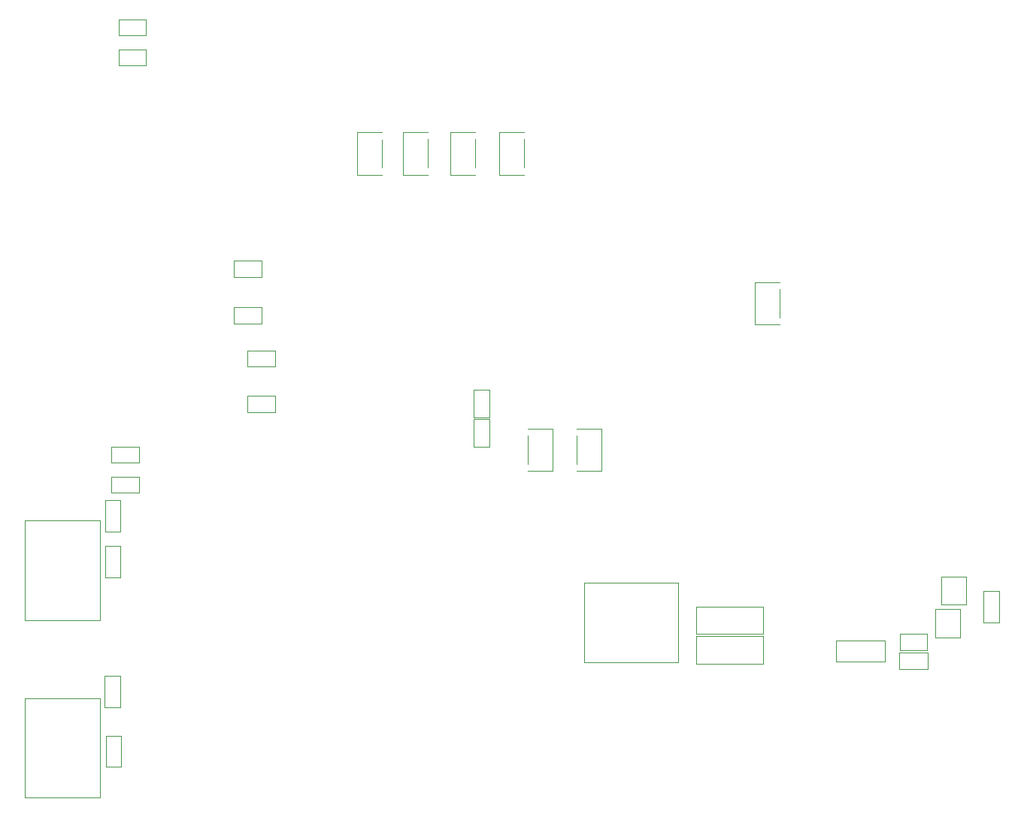
<source format=gbr>
G04 #@! TF.FileFunction,Other,User*
%FSLAX46Y46*%
G04 Gerber Fmt 4.6, Leading zero omitted, Abs format (unit mm)*
G04 Created by KiCad (PCBNEW 4.0.4+e1-6308~48~ubuntu15.10.1-stable) date Thu Jul 19 16:03:55 2018*
%MOMM*%
%LPD*%
G01*
G04 APERTURE LIST*
%ADD10C,0.100000*%
%ADD11C,0.050000*%
G04 APERTURE END LIST*
D10*
D11*
X68300000Y-36200000D02*
X65500000Y-36200000D01*
X65500000Y-41000000D02*
X68300000Y-41000000D01*
X65500000Y-41000000D02*
X65500000Y-36200000D01*
X68300000Y-40200000D02*
X68300000Y-37000000D01*
X36507240Y-111190840D02*
X36507240Y-99990840D01*
X36507240Y-99990840D02*
X28057240Y-99990840D01*
X28057240Y-99990840D02*
X28057240Y-111190840D01*
X28057240Y-111190840D02*
X36507240Y-111190840D01*
X38858040Y-82880000D02*
X38858040Y-86380000D01*
X38858040Y-82880000D02*
X37108040Y-82880000D01*
X37108040Y-86380000D02*
X38858040Y-86380000D01*
X37108040Y-86380000D02*
X37108040Y-82880000D01*
X36507240Y-91190840D02*
X36507240Y-79990840D01*
X36507240Y-79990840D02*
X28057240Y-79990840D01*
X28057240Y-79990840D02*
X28057240Y-91190840D01*
X28057240Y-91190840D02*
X36507240Y-91190840D01*
X113050000Y-53100000D02*
X110250000Y-53100000D01*
X110250000Y-57900000D02*
X113050000Y-57900000D01*
X110250000Y-57900000D02*
X110250000Y-53100000D01*
X113050000Y-57100000D02*
X113050000Y-53900000D01*
X73497240Y-36190840D02*
X70697240Y-36190840D01*
X70697240Y-40990840D02*
X73497240Y-40990840D01*
X70697240Y-40990840D02*
X70697240Y-36190840D01*
X73497240Y-40190840D02*
X73497240Y-36990840D01*
X78797240Y-36190840D02*
X75997240Y-36190840D01*
X75997240Y-40990840D02*
X78797240Y-40990840D01*
X75997240Y-40990840D02*
X75997240Y-36190840D01*
X78797240Y-40190840D02*
X78797240Y-36990840D01*
X84297240Y-36190840D02*
X81497240Y-36190840D01*
X81497240Y-40990840D02*
X84297240Y-40990840D01*
X81497240Y-40990840D02*
X81497240Y-36190840D01*
X84297240Y-40190840D02*
X84297240Y-36990840D01*
X103722440Y-89686800D02*
X111222440Y-89686800D01*
X103722440Y-89686800D02*
X103722440Y-92786800D01*
X111222440Y-92786800D02*
X111222440Y-89686800D01*
X111222440Y-92786800D02*
X103722440Y-92786800D01*
X103722440Y-93039600D02*
X111222440Y-93039600D01*
X103722440Y-93039600D02*
X103722440Y-96139600D01*
X111222440Y-96139600D02*
X111222440Y-93039600D01*
X111222440Y-96139600D02*
X103722440Y-96139600D01*
X91040000Y-91480000D02*
X91040000Y-95980000D01*
X91040000Y-95980000D02*
X101640000Y-95980000D01*
X101640000Y-95980000D02*
X101640000Y-86980000D01*
X101640000Y-86980000D02*
X91040000Y-86980000D01*
X91040000Y-86980000D02*
X91040000Y-91480000D01*
X37098040Y-81198400D02*
X37098040Y-77698400D01*
X37098040Y-81198400D02*
X38848040Y-81198400D01*
X38848040Y-77698400D02*
X37098040Y-77698400D01*
X38848040Y-77698400D02*
X38848040Y-81198400D01*
X37847240Y-71640840D02*
X40947240Y-71640840D01*
X37847240Y-71640840D02*
X37847240Y-73440840D01*
X40947240Y-73440840D02*
X40947240Y-71640840D01*
X40947240Y-73440840D02*
X37847240Y-73440840D01*
X37850000Y-75050000D02*
X40950000Y-75050000D01*
X37850000Y-75050000D02*
X37850000Y-76850000D01*
X40950000Y-76850000D02*
X40950000Y-75050000D01*
X40950000Y-76850000D02*
X37850000Y-76850000D01*
X38647240Y-26890840D02*
X41747240Y-26890840D01*
X38647240Y-26890840D02*
X38647240Y-28690840D01*
X41747240Y-28690840D02*
X41747240Y-26890840D01*
X41747240Y-28690840D02*
X38647240Y-28690840D01*
X38647240Y-23490840D02*
X41747240Y-23490840D01*
X38647240Y-23490840D02*
X38647240Y-25290840D01*
X41747240Y-25290840D02*
X41747240Y-23490840D01*
X41747240Y-25290840D02*
X38647240Y-25290840D01*
X51650000Y-55950000D02*
X54750000Y-55950000D01*
X51650000Y-55950000D02*
X51650000Y-57750000D01*
X54750000Y-57750000D02*
X54750000Y-55950000D01*
X54750000Y-57750000D02*
X51650000Y-57750000D01*
X51650000Y-50700000D02*
X54750000Y-50700000D01*
X51650000Y-50700000D02*
X51650000Y-52500000D01*
X54750000Y-52500000D02*
X54750000Y-50700000D01*
X54750000Y-52500000D02*
X51650000Y-52500000D01*
X53150000Y-65950000D02*
X56250000Y-65950000D01*
X53150000Y-65950000D02*
X53150000Y-67750000D01*
X56250000Y-67750000D02*
X56250000Y-65950000D01*
X56250000Y-67750000D02*
X53150000Y-67750000D01*
X53150000Y-60850000D02*
X56250000Y-60850000D01*
X53150000Y-60850000D02*
X53150000Y-62650000D01*
X56250000Y-62650000D02*
X56250000Y-60850000D01*
X56250000Y-62650000D02*
X53150000Y-62650000D01*
X38934240Y-104269600D02*
X38934240Y-107769600D01*
X38934240Y-104269600D02*
X37184240Y-104269600D01*
X37184240Y-107769600D02*
X38934240Y-107769600D01*
X37184240Y-107769600D02*
X37184240Y-104269600D01*
X37047240Y-101013200D02*
X37047240Y-97513200D01*
X37047240Y-101013200D02*
X38797240Y-101013200D01*
X38797240Y-97513200D02*
X37047240Y-97513200D01*
X38797240Y-97513200D02*
X38797240Y-101013200D01*
X137816440Y-87962800D02*
X137816440Y-91462800D01*
X137816440Y-87962800D02*
X136066440Y-87962800D01*
X136066440Y-91462800D02*
X137816440Y-91462800D01*
X136066440Y-91462800D02*
X136066440Y-87962800D01*
X129748040Y-96758800D02*
X126548040Y-96758800D01*
X126548040Y-96758800D02*
X126548040Y-94858800D01*
X129748040Y-94858800D02*
X126548040Y-94858800D01*
X129748040Y-96758800D02*
X129748040Y-94858800D01*
X129698040Y-94575200D02*
X126598040Y-94575200D01*
X129698040Y-94575200D02*
X129698040Y-92775200D01*
X126598040Y-92775200D02*
X126598040Y-94575200D01*
X126598040Y-92775200D02*
X129698040Y-92775200D01*
X134069240Y-86284000D02*
X131269240Y-86284000D01*
X131269240Y-89484000D02*
X134069240Y-89484000D01*
X131269240Y-89484000D02*
X131269240Y-86284000D01*
X134069240Y-89484000D02*
X134069240Y-86284000D01*
X133408840Y-89941600D02*
X130608840Y-89941600D01*
X130608840Y-93141600D02*
X133408840Y-93141600D01*
X130608840Y-93141600D02*
X130608840Y-89941600D01*
X133408840Y-93141600D02*
X133408840Y-89941600D01*
X80432440Y-68554000D02*
X80432440Y-71654000D01*
X80432440Y-68554000D02*
X78632440Y-68554000D01*
X78632440Y-71654000D02*
X80432440Y-71654000D01*
X78632440Y-71654000D02*
X78632440Y-68554000D01*
X78632440Y-68352000D02*
X78632440Y-65252000D01*
X78632440Y-68352000D02*
X80432440Y-68352000D01*
X80432440Y-65252000D02*
X78632440Y-65252000D01*
X80432440Y-65252000D02*
X80432440Y-68352000D01*
X84736440Y-74400000D02*
X87536440Y-74400000D01*
X87536440Y-69600000D02*
X84736440Y-69600000D01*
X87536440Y-69600000D02*
X87536440Y-74400000D01*
X84736440Y-70400000D02*
X84736440Y-73600000D01*
X90222840Y-74400000D02*
X93022840Y-74400000D01*
X93022840Y-69600000D02*
X90222840Y-69600000D01*
X93022840Y-69600000D02*
X93022840Y-74400000D01*
X90222840Y-70400000D02*
X90222840Y-73600000D01*
X124903640Y-95891200D02*
X124903640Y-93491200D01*
X124903640Y-93491200D02*
X119403640Y-93491200D01*
X119403640Y-93491200D02*
X119403640Y-95891200D01*
X119403640Y-95891200D02*
X124903640Y-95891200D01*
M02*

</source>
